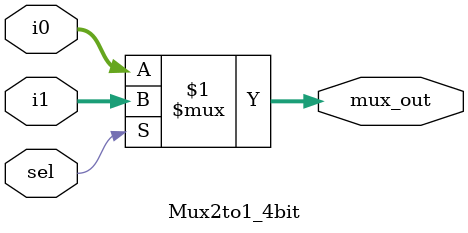
<source format=v>
module Mux2to1_4bit(i0,i1,sel,mux_out);

input [3:0]i0,i1;
input sel;
output [3:0]mux_out;

assign mux_out = sel? i1 : i0;

endmodule 
</source>
